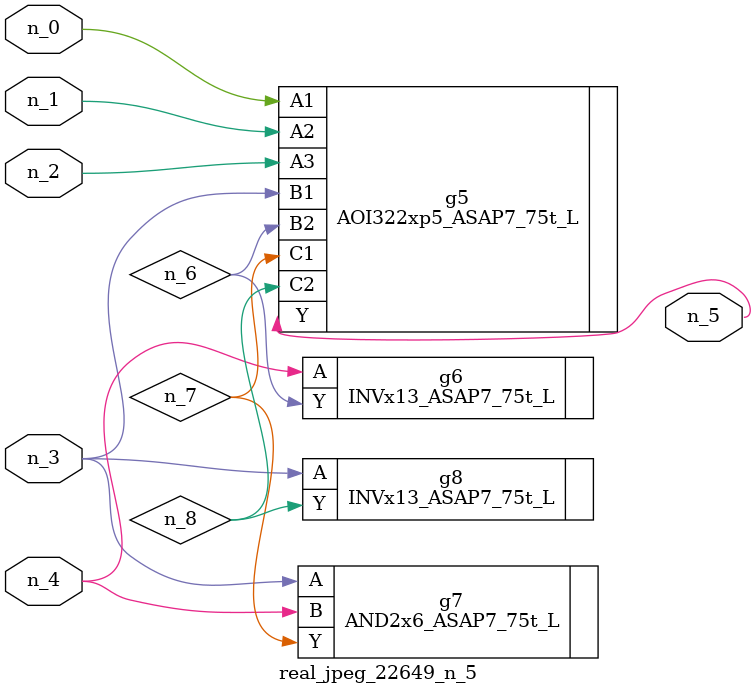
<source format=v>
module real_jpeg_22649_n_5 (n_4, n_0, n_1, n_2, n_3, n_5);

input n_4;
input n_0;
input n_1;
input n_2;
input n_3;

output n_5;

wire n_8;
wire n_6;
wire n_7;

AOI322xp5_ASAP7_75t_L g5 ( 
.A1(n_0),
.A2(n_1),
.A3(n_2),
.B1(n_3),
.B2(n_6),
.C1(n_7),
.C2(n_8),
.Y(n_5)
);

AND2x6_ASAP7_75t_L g7 ( 
.A(n_3),
.B(n_4),
.Y(n_7)
);

INVx13_ASAP7_75t_L g8 ( 
.A(n_3),
.Y(n_8)
);

INVx13_ASAP7_75t_L g6 ( 
.A(n_4),
.Y(n_6)
);


endmodule
</source>
